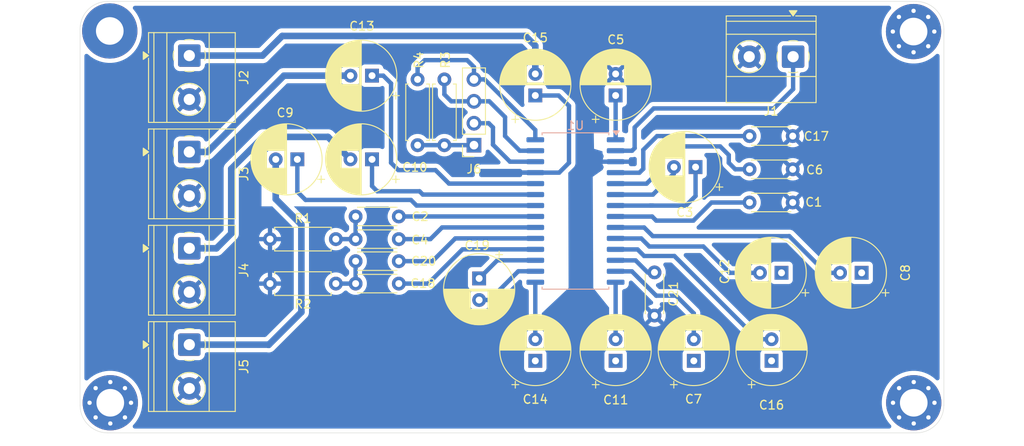
<source format=kicad_pcb>
(kicad_pcb (version 20241229) (generator "pcbnew") (generator_version "9.0")
  (layers (0 "F.Cu" signal) (2 "B.Cu" signal) (13 "F.Paste" user) (15 "B.Paste" user) (5 "F.SilkS" user "F.Silkscreen") (7 "B.SilkS" user "B.Silkscreen") (1 "F.Mask" user) (3 "B.Mask" user) (25 "Edge.Cuts" user))
  (net 0 "")
  (net 1 "GND")
  (net 2 "Net-(U1-LOUD_R)")
  (net 3 "Net-(U1-BOUT_R)")
  (net 4 "Net-(C2-Pad2)")
  (net 5 "Net-(U1-RIN)")
  (net 6 "Net-(U1-ROUT)")
  (net 7 "Net-(U1-BIN_R)")
  (net 8 "Net-(U1-REF)")
  (net 9 "Net-(U1-TREB_R)")
  (net 10 "/INPUT3_L")
  (net 11 "Net-(U1-LIN3)")
  (net 12 "/INPUT3_R")
  (net 13 "Net-(U1-RIN3)")
  (net 14 "Net-(U1-RROUT)")
  (net 15 "Net-(J5-Pin_1)")
  (net 16 "Net-(J4-Pin_1)")
  (net 17 "Net-(U1-LROUT)")
  (net 18 "/INPUT2_L")
  (net 19 "Net-(U1-LIN2)")
  (net 20 "Net-(U1-RIN2)")
  (net 21 "/INPUT2_R")
  (net 22 "Net-(J3-Pin_1)")
  (net 23 "Net-(U1-RFOUT)")
  (net 24 "/INPUT1_L")
  (net 25 "Net-(U1-LIN1)")
  (net 26 "Net-(U1-LFOUT)")
  (net 27 "Net-(J2-Pin_1)")
  (net 28 "/INPUT1_R")
  (net 29 "Net-(U1-RIN1)")
  (net 30 "Net-(U1-TREB_L)")
  (net 31 "Net-(U1-BIN_L)")
  (net 32 "Net-(C18-Pad2)")
  (net 33 "Net-(U1-LOUT)")
  (net 34 "Net-(U1-LIN)")
  (net 35 "Net-(U1-BOUT_L)")
  (net 36 "Net-(U1-LOUD_L)")
  (net 37 "VDD")
  (net 38 "GNDD")
  (net 39 "Net-(J6-Pin_3)")
  (net 40 "+3V3")
  (net 41 "Net-(J6-Pin_4)")
  (footprint "" (layer "F.Cu") (at 83.04 42.32)
    (property "Reference" "" (at 0 0 0) (layer "F.SilkS") (effects (font (size 1.27 1.27))))
    (property "Value" "")
    (pad "1" thru_hole circle (at 0 0) (size 6.4 6.4) (drill 3.2) (layers "*.Cu" "*.Mask"))
  )
  (footprint "Capacitor_THT:CP_Radial_D8.0mm_P2.50mm" (layer "F.Cu") (at 104.752651 57.2 180)
    (property "Reference" "C9" (at 1.41 5.4 0) (layer "F.SilkS"))
    (property "Value" "2.2uF")
    (pad "1" thru_hole rect (at 0 0 180) (size 1.6 1.6) (drill 0.8) (layers "*.Cu" "*.Mask") (net 14 "Net-(U1-RROUT)"))
    (pad "2" thru_hole circle (at 2.5 0 180) (size 1.6 1.6) (drill 0.8) (layers "*.Cu" "*.Mask") (net 15 "Net-(J5-Pin_1)"))
  )
  (footprint "Capacitor_THT:CP_Radial_D8.0mm_P2.50mm" (layer "F.Cu") (at 125.8 71 -90)
    (property "Reference" "C19" (at -3.82 0.23 180) (layer "F.SilkS"))
    (property "Value" "2.2uF")
    (pad "1" thru_hole rect (at 0 0 270) (size 1.6 1.6) (drill 0.8) (layers "*.Cu" "*.Mask") (net 33 "Net-(U1-LOUT)"))
    (pad "2" thru_hole circle (at 2.5 0 270) (size 1.6 1.6) (drill 0.8) (layers "*.Cu" "*.Mask") (net 34 "Net-(U1-LIN)"))
  )
  (footprint "Connector_PinSocket_2.54mm:PinSocket_1x04_P2.54mm_Vertical" (layer "F.Cu") (at 125.2 55.555 180)
    (property "Reference" "J6" (at 0 -2.77 0) (layer "F.SilkS"))
    (property "Value" "Conn_01x04_Socket")
    (pad "1" thru_hole rect (at 0 0 180) (size 1.7 1.7) (drill 1) (layers "*.Cu" "*.Mask") (net 40 "+3V3"))
    (pad "2" thru_hole oval (at 0 2.54 180) (size 1.7 1.7) (drill 1) (layers "*.Cu" "*.Mask") (net 38 "GNDD"))
    (pad "3" thru_hole oval (at 0 5.08 180) (size 1.7 1.7) (drill 1) (layers "*.Cu" "*.Mask") (net 39 "Net-(J6-Pin_3)"))
    (pad "4" thru_hole oval (at 0 7.62 180) (size 1.7 1.7) (drill 1) (layers "*.Cu" "*.Mask") (net 41 "Net-(J6-Pin_4)"))
  )
  (footprint "Resistor_THT:R_Axial_DIN0207_L6.3mm_D2.5mm_P7.62mm_Horizontal" (layer "F.Cu") (at 118.675 55.555 90)
    (property "Reference" "R4" (at 9.865 0.145 90) (layer "F.SilkS"))
    (property "Value" "5K6")
    (pad "1" thru_hole circle (at 0 0 90) (size 1.6 1.6) (drill 0.8) (layers "*.Cu" "*.Mask") (net 40 "+3V3"))
    (pad "2" thru_hole oval (at 7.62 0 90) (size 1.6 1.6) (drill 0.8) (layers "*.Cu" "*.Mask") (net 41 "Net-(J6-Pin_4)"))
  )
  (footprint "Capacitor_THT:C_Disc_D4.3mm_W1.9mm_P5.00mm" (layer "F.Cu") (at 116.5 66.445 180)
    (property "Reference" "C4" (at -2.43 -0.095 0) (layer "F.SilkS"))
    (property "Value" "100nF")
    (pad "1" thru_hole circle (at 0 0 180) (size 1.6 1.6) (drill 0.8) (layers "*.Cu" "*.Mask") (net 7 "Net-(U1-BIN_R)"))
    (pad "2" thru_hole circle (at 5 0 180) (size 1.6 1.6) (drill 0.8) (layers "*.Cu" "*.Mask") (net 4 "Net-(C2-Pad2)"))
  )
  (footprint "TerminalBlock_Phoenix:TerminalBlock_Phoenix_MKDS-1,5-2-5.08_1x02_P5.08mm_Horizontal" (layer "F.Cu") (at 162.145 45.3 180)
    (property "Reference" "J1" (at 2.54 -6.32 0) (layer "F.SilkS"))
    (property "Value" "Power 9V")
    (pad "1" thru_hole roundrect (at 0 0 180) (size 2.6 2.6) (drill 1.3) (layers "*.Cu" "*.Mask") (roundrect_rratio 0.096154) (net 37 "VDD"))
    (pad "2" thru_hole circle (at 5.08 0 180) (size 2.6 2.6) (drill 1.3) (layers "*.Cu" "*.Mask") (net 1 "GND"))
  )
  (footprint "Capacitor_THT:C_Disc_D4.3mm_W1.9mm_P5.00mm" (layer "F.Cu") (at 157.1 54.5)
    (property "Reference" "C17" (at 7.74 0.03 0) (layer "F.SilkS"))
    (property "Value" "2,7nF")
    (pad "1" thru_hole circle (at 0 0) (size 1.6 1.6) (drill 0.8) (layers "*.Cu" "*.Mask") (net 30 "Net-(U1-TREB_L)"))
    (pad "2" thru_hole circle (at 5 0) (size 1.6 1.6) (drill 0.8) (layers "*.Cu" "*.Mask") (net 1 "GND"))
  )
  (footprint "Capacitor_THT:C_Disc_D4.3mm_W1.9mm_P5.00mm" (layer "F.Cu") (at 116.5 71.6 180)
    (property "Reference" "C18" (at -2.8 0.02 0) (layer "F.SilkS"))
    (property "Value" "100nF")
    (pad "1" thru_hole circle (at 0 0 180) (size 1.6 1.6) (drill 0.8) (layers "*.Cu" "*.Mask") (net 31 "Net-(U1-BIN_L)"))
    (pad "2" thru_hole circle (at 5 0 180) (size 1.6 1.6) (drill 0.8) (layers "*.Cu" "*.Mask") (net 32 "Net-(C18-Pad2)"))
  )
  (footprint "MountingHole:MountingHole_3.2mm_M3_Pad_Via" (layer "F.Cu") (at 83.1 85.41)
    (property "Reference" "REF**" (hide yes))
    (property "Value" "MountingHole_3.2mm_M3_Pad_Via")
    (pad "1" thru_hole circle (at -2.4 0) (size 0.8 0.8) (drill 0.5) (layers "*.Cu" "*.Mask"))
    (pad "1" thru_hole circle (at -1.697056 -1.697056) (size 0.8 0.8) (drill 0.5) (layers "*.Cu" "*.Mask"))
    (pad "1" thru_hole circle (at -1.697056 1.697056) (size 0.8 0.8) (drill 0.5) (layers "*.Cu" "*.Mask"))
    (pad "1" thru_hole circle (at 0 -2.4) (size 0.8 0.8) (drill 0.5) (layers "*.Cu" "*.Mask"))
    (pad "1" thru_hole circle (at 0 0) (size 6.4 6.4) (drill 3.2) (layers "*.Cu" "*.Mask"))
    (pad "1" thru_hole circle (at 0 2.4) (size 0.8 0.8) (drill 0.5) (layers "*.Cu" "*.Mask"))
    (pad "1" thru_hole circle (at 1.697056 -1.697056) (size 0.8 0.8) (drill 0.5) (layers "*.Cu" "*.Mask"))
    (pad "1" thru_hole circle (at 1.697056 1.697056) (size 0.8 0.8) (drill 0.5) (layers "*.Cu" "*.Mask"))
    (pad "1" thru_hole circle (at 2.4 0) (size 0.8 0.8) (drill 0.5) (layers "*.Cu" "*.Mask"))
  )
  (footprint "Capacitor_THT:CP_Radial_D8.0mm_P2.50mm" (layer "F.Cu") (at 150.852651 58.095 180)
    (property "Reference" "C3" (at 1.25 -5.25 0) (layer "F.SilkS"))
    (property "Value" "2.2uF")
    (pad "1" thru_hole rect (at 0 0 180) (size 1.6 1.6) (drill 0.8) (layers "*.Cu" "*.Mask") (net 6 "Net-(U1-ROUT)"))
    (pad "2" thru_hole circle (at 2.5 0 180) (size 1.6 1.6) (drill 0.8) (layers "*.Cu" "*.Mask") (net 5 "Net-(U1-RIN)"))
  )
  (footprint "TerminalBlock_Phoenix:TerminalBlock_Phoenix_MKDS-1,5-2-5.08_1x02_P5.08mm_Horizontal" (layer "F.Cu") (at 92.2475 56.341667 -90)
    (property "Reference" "J3" (at 2.54 -6.32 90) (layer "F.SilkS"))
    (property "Value" "RF_Amp")
    (pad "1" thru_hole roundrect (at 0 0 270) (size 2.6 2.6) (drill 1.3) (layers "*.Cu" "*.Mask") (roundrect_rratio 0.096154) (net 22 "Net-(J3-Pin_1)"))
    (pad "2" thru_hole circle (at 5.08 0 270) (size 2.6 2.6) (drill 1.3) (layers "*.Cu" "*.Mask") (net 1 "GND"))
  )
  (footprint "Capacitor_THT:C_Disc_D4.3mm_W1.9mm_P5.00mm" (layer "F.Cu") (at 116.5 69 180)
    (property "Reference" "C20" (at -2.88 0 0) (layer "F.SilkS"))
    (property "Value" "100nF")
    (pad "1" thru_hole circle (at 0 0 180) (size 1.6 1.6) (drill 0.8) (layers "*.Cu" "*.Mask") (net 35 "Net-(U1-BOUT_L)"))
    (pad "2" thru_hole circle (at 5 0 180) (size 1.6 1.6) (drill 0.8) (layers "*.Cu" "*.Mask") (net 32 "Net-(C18-Pad2)"))
  )
  (footprint "Capacitor_THT:CP_Radial_D8.0mm_P2.50mm" (layer "F.Cu") (at 132.3 49.8 90)
    (property "Reference" "C15" (at 6.69 0 180) (layer "F.SilkS"))
    (property "Value" "2.2uF")
    (pad "1" thru_hole rect (at 0 0 90) (size 1.6 1.6) (drill 0.8) (layers "*.Cu" "*.Mask") (net 26 "Net-(U1-LFOUT)"))
    (pad "2" thru_hole circle (at 2.5 0 90) (size 1.6 1.6) (drill 0.8) (layers "*.Cu" "*.Mask") (net 27 "Net-(J2-Pin_1)"))
  )
  (footprint "Capacitor_THT:CP_Radial_D8.0mm_P2.50mm" (layer "F.Cu") (at 170.08 70.35 180)
    (property "Reference" "C8" (at -5.07 0 270) (layer "F.SilkS"))
    (property "Value" "2.2uF")
    (pad "1" thru_hole rect (at 0 0 180) (size 1.6 1.6) (drill 0.8) (layers "*.Cu" "*.Mask") (net 12 "/INPUT3_R"))
    (pad "2" thru_hole circle (at 2.5 0 180) (size 1.6 1.6) (drill 0.8) (layers "*.Cu" "*.Mask") (net 13 "Net-(U1-RIN3)"))
  )
  (footprint "Resistor_THT:R_Axial_DIN0207_L6.3mm_D2.5mm_P7.62mm_Horizontal" (layer "F.Cu") (at 109.21 71.6 180)
    (property "Reference" "R2" (at 3.81 -2.37 0) (layer "F.SilkS"))
    (property "Value" "5K6")
    (pad "1" thru_hole circle (at 0 0 180) (size 1.6 1.6) (drill 0.8) (layers "*.Cu" "*.Mask") (net 32 "Net-(C18-Pad2)"))
    (pad "2" thru_hole oval (at 7.62 0 180) (size 1.6 1.6) (drill 0.8) (layers "*.Cu" "*.Mask") (net 1 "GND"))
  )
  (footprint "Capacitor_THT:C_Disc_D4.3mm_W1.9mm_P5.00mm" (layer "F.Cu") (at 116.5 63.82 180)
    (property "Reference" "C2" (at -2.47 -0.01 0) (layer "F.SilkS"))
    (property "Value" "100nF")
    (pad "1" thru_hole circle (at 0 0 180) (size 1.6 1.6) (drill 0.8) (layers "*.Cu" "*.Mask") (net 3 "Net-(U1-BOUT_R)"))
    (pad "2" thru_hole circle (at 5 0 180) (size 1.6 1.6) (drill 0.8) (layers "*.Cu" "*.Mask") (net 4 "Net-(C2-Pad2)"))
  )
  (footprint "Resistor_THT:R_Axial_DIN0207_L6.3mm_D2.5mm_P7.62mm_Horizontal" (layer "F.Cu") (at 121.775 55.555 90)
    (property "Reference" "R3" (at 9.865 0.125 90) (layer "F.SilkS"))
    (property "Value" "5K6")
    (pad "1" thru_hole circle (at 0 0 90) (size 1.6 1.6) (drill 0.8) (layers "*.Cu" "*.Mask") (net 40 "+3V3"))
    (pad "2" thru_hole oval (at 7.62 0 90) (size 1.6 1.6) (drill 0.8) (layers "*.Cu" "*.Mask") (net 39 "Net-(J6-Pin_3)"))
  )
  (footprint "Capacitor_THT:CP_Radial_D8.0mm_P2.50mm" (layer "F.Cu") (at 113.4 57.2 180)
    (property "Reference" "C10" (at -4.96 -0.92 0) (layer "F.SilkS"))
    (property "Value" "2.2uF")
    (pad "1" thru_hole rect (at 0 0 180) (size 1.6 1.6) (drill 0.8) (layers "*.Cu" "*.Mask") (net 17 "Net-(U1-LROUT)"))
    (pad "2" thru_hole circle (at 2.5 0 180) (size 1.6 1.6) (drill 0.8) (layers "*.Cu" "*.Mask") (net 16 "Net-(J4-Pin_1)"))
  )
  (footprint "Capacitor_THT:C_Disc_D4.3mm_W1.9mm_P5.00mm" (layer "F.Cu") (at 157.1 58.35)
    (property "Reference" "C6" (at 7.54 0.07 0) (layer "F.SilkS"))
    (property "Value" "2,7nF")
    (pad "1" thru_hole circle (at 0 0) (size 1.6 1.6) (drill 0.8) (layers "*.Cu" "*.Mask") (net 9 "Net-(U1-TREB_R)"))
    (pad "2" thru_hole circle (at 5 0) (size 1.6 1.6) (drill 0.8) (layers "*.Cu" "*.Mask") (net 1 "GND"))
  )
  (footprint "Capacitor_THT:CP_Radial_D8.0mm_P2.50mm" (layer "F.Cu") (at 113.4 47.5 180)
    (property "Reference" "C13" (at 1.17 5.74 0) (layer "F.SilkS"))
    (property "Value" "2.2uF")
    (pad "1" thru_hole rect (at 0 0 180) (size 1.6 1.6) (drill 0.8) (layers "*.Cu" "*.Mask") (net 23 "Net-(U1-RFOUT)"))
    (pad "2" thru_hole circle (at 2.5 0 180) (size 1.6 1.6) (drill 0.8) (layers "*.Cu" "*.Mask") (net 22 "Net-(J3-Pin_1)"))
  )
  (footprint "TerminalBlock_Phoenix:TerminalBlock_Phoenix_MKDS-1,5-2-5.08_1x02_P5.08mm_Horizontal" (layer "F.Cu") (at 92.2475 78.675 -90)
    (property "Reference" "J5" (at 2.54 -6.32 90) (layer "F.SilkS"))
    (property "Value" "RR_Amp")
    (pad "1" thru_hole roundrect (at 0 0 270) (size 2.6 2.6) (drill 1.3) (layers "*.Cu" "*.Mask") (roundrect_rratio 0.096154) (net 15 "Net-(J5-Pin_1)"))
    (pad "2" thru_hole circle (at 5.08 0 270) (size 2.6 2.6) (drill 1.3) (layers "*.Cu" "*.Mask") (net 1 "GND"))
  )
  (footprint "Capacitor_THT:CP_Radial_D8.0mm_P2.50mm" (layer "F.Cu") (at 160.802651 70.35 180)
    (property "Reference" "C12" (at 6.572651 0.14 90) (layer "F.SilkS"))
    (property "Value" "2.2uF")
    (pad "1" thru_hole rect (at 0 0 180) (size 1.6 1.6) (drill 0.8) (layers "*.Cu" "*.Mask") (net 21 "/INPUT2_R"))
    (pad "2" thru_hole circle (at 2.5 0 180) (size 1.6 1.6) (drill 0.8) (layers "*.Cu" "*.Mask") (net 20 "Net-(U1-RIN2)"))
  )
  (footprint "Capacitor_THT:CP_Radial_D8.0mm_P2.50mm" (layer "F.Cu") (at 150.65 80.55 90)
    (property "Reference" "C7" (at -4.44 -0.03 180) (layer "F.SilkS"))
    (property "Value" "2.2uF")
    (pad "1" thru_hole rect (at 0 0 90) (size 1.6 1.6) (drill 0.8) (layers "*.Cu" "*.Mask") (net 10 "/INPUT3_L"))
    (pad "2" thru_hole circle (at 2.5 0 90) (size 1.6 1.6) (drill 0.8) (layers "*.Cu" "*.Mask") (net 11 "Net-(U1-LIN3)"))
  )
  (footprint "Resistor_THT:R_Axial_DIN0207_L6.3mm_D2.5mm_P7.62mm_Horizontal" (layer "F.Cu") (at 109.21 66.445 180)
    (property "Reference" "R1" (at 3.81 2.405 0) (layer "F.SilkS"))
    (property "Value" "5K6")
    (pad "1" thru_hole circle (at 0 0 180) (size 1.6 1.6) (drill 0.8) (layers "*.Cu" "*.Mask") (net 4 "Net-(C2-Pad2)"))
    (pad "2" thru_hole oval (at 7.62 0 180) (size 1.6 1.6) (drill 0.8) (layers "*.Cu" "*.Mask") (net 1 "GND"))
  )
  (footprint "Capacitor_THT:CP_Radial_D8.0mm_P2.50mm" (layer "F.Cu") (at 141.6 80.55 90)
    (property "Reference" "C11" (at -4.53 0.02 180) (layer "F.SilkS"))
    (property "Value" "2.2uF")
    (pad "1" thru_hole rect (at 0 0 90) (size 1.6 1.6) (drill 0.8) (layers "*.Cu" "*.Mask") (net 18 "/INPUT2_L"))
    (pad "2" thru_hole circle (at 2.5 0 90) (size 1.6 1.6) (drill 0.8) (layers "*.Cu" "*.Mask") (net 19 "Net-(U1-LIN2)"))
  )
  (footprint "Capacitor_THT:CP_Radial_D8.0mm_P2.50mm" (layer "F.Cu") (at 141.6 49.8 90)
    (property "Reference" "C5" (at 6.47 0.02 180) (layer "F.SilkS"))
    (property "Value" "22uF")
    (pad "1" thru_hole rect (at 0 0 90) (size 1.6 1.6) (drill 0.8) (layers "*.Cu" "*.Mask") (net 8 "Net-(U1-REF)"))
    (pad "2" thru_hole circle (at 2.5 0 90) (size 1.6 1.6) (drill 0.8) (layers "*.Cu" "*.Mask") (net 1 "GND"))
  )
  (footprint "Capacitor_THT:C_Disc_D4.3mm_W1.9mm_P5.00mm" (layer "F.Cu") (at 157.1 62.2)
    (property "Reference" "C1" (at 7.44 -0.04 0) (layer "F.SilkS"))
    (property "Value" "100nF")
    (pad "1" thru_hole circle (at 0 0) (size 1.6 1.6) (drill 0.8) (layers "*.Cu" "*.Mask") (net 2 "Net-(U1-LOUD_R)"))
    (pad "2" thru_hole circle (at 5 0) (size 1.6 1.6) (drill 0.8) (layers "*.Cu" "*.Mask") (net 1 "GND"))
  )
  (footprint "Capacitor_THT:CP_Radial_D8.0mm_P2.50mm" (layer "F.Cu") (at 132.3 80.55 90)
    (property "Reference" "C14" (at -4.46 0 180) (layer "F.SilkS"))
    (property "Value" "2.2uF")
    (pad "1" thru_hole rect (at 0 0 90) (size 1.6 1.6) (drill 0.8) (layers "*.Cu" "*.Mask") (net 24 "/INPUT1_L"))
    (pad "2" thru_hole circle (at 2.5 0 90) (size 1.6 1.6) (drill 0.8) (layers "*.Cu" "*.Mask") (net 25 "Net-(U1-LIN1)"))
  )
  (footprint "Capacitor_THT:C_Disc_D4.3mm_W1.9mm_P5.00mm" (layer "F.Cu") (at 146.1 70.3 -90)
    (property "Reference" "C21" (at 2.5 -2.2 270) (layer "F.SilkS"))
    (property "Value" "100nF")
    (pad "1" thru_hole circle (at 0 0 270) (size 1.6 1.6) (drill 0.8) (layers "*.Cu" "*.Mask") (net 36 "Net-(U1-LOUD_L)"))
    (pad "2" thru_hole circle (at 5 0 270) (size 1.6 1.6) (drill 0.8) (layers "*.Cu" "*.Mask") (net 1 "GND"))
  )
  (footprint "MountingHole:MountingHole_3.2mm_M3_Pad_Via" (layer "F.Cu") (at 176.11 85.41)
    (property "Reference" "REF**" (hide yes))
    (property "Value" "MountingHole_3.2mm_M3_Pad_Via")
    (pad "1" thru_hole circle (at -2.4 0) (size 0.8 0.8) (drill 0.5) (layers "*.Cu" "*.Mask"))
    (pad "1" thru_hole circle (at -1.697056 -1.697056) (size 0.8 0.8) (drill 0.5) (layers "*.Cu" "*.Mask"))
    (pad "1" thru_hole circle (at -1.697056 1.697056) (size 0.8 0.8) (drill 0.5) (layers "*.Cu" "*.Mask"))
    (pad "1" thru_hole circle (at 0 -2.4) (size 0.8 0.8) (drill 0.5) (layers "*.Cu" "*.Mask"))
    (pad "1" thru_hole circle (at 0 0) (size 6.4 6.4) (drill 3.2) (layers "*.Cu" "*.Mask"))
    (pad "1" thru_hole circle (at 0 2.4) (size 0.8 0.8) (drill 0.5) (layers "*.Cu" "*.Mask"))
    (pad "1" thru_hole circle (at 1.697056 -1.697056) (size 0.8 0.8) (drill 0.5) (layers "*.Cu" "*.Mask"))
    (pad "1" thru_hole circle (at 1.697056 1.697056) (size 0.8 0.8) (drill 0.5) (layers "*.Cu" "*.Mask"))
    (pad "1" thru_hole circle (at 2.4 0) (size 0.8 0.8) (drill 0.5) (layers "*.Cu" "*.Mask"))
  )
  (footprint "TerminalBlock_Phoenix:TerminalBlock_Phoenix_MKDS-1,5-2-5.08_1x02_P5.08mm_Horizontal" (layer "F.Cu") (at 92.2475 67.508333 -90)
    (property "Reference" "J4" (at 2.54 -6.32 90) (layer "F.SilkS"))
    (property "Value" "LR_Amp")
    (pad "1" thru_hole roundrect (at 0 0 270) (size 2.6 2.6) (drill 1.3) (layers "*.Cu" "*.Mask") (roundrect_rratio 0.096154) (net 16 "Net-(J4-Pin_1)"))
    (pad "2" thru_hole circle (at 5.08 0 270) (size 2.6 2.6) (drill 1.3) (layers "*.Cu" "*.Mask") (net 1 "GND"))
  )
  (footprint "TerminalBlock_Phoenix:TerminalBlock_Phoenix_MKDS-1,5-2-5.08_1x02_P5.08mm_Horizontal" (layer "F.Cu") (at 92.2475 45.175 -90)
    (property "Reference" "J2" (at 2.54 -6.32 90) (layer "F.SilkS"))
    (property "Value" "LF_Amp")
    (pad "1" thru_hole roundrect (at 0 0 270) (size 2.6 2.6) (drill 1.3) (layers "*.Cu" "*.Mask") (roundrect_rratio 0.096154) (net 27 "Net-(J2-Pin_1)"))
    (pad "2" thru_hole circle (at 5.08 0 270) (size 2.6 2.6) (drill 1.3) (layers "*.Cu" "*.Mask") (net 1 "GND"))
  )
  (footprint "Capacitor_THT:CP_Radial_D8.0mm_P2.50mm" (layer "F.Cu") (at 159.65 80.55 90)
    (property "Reference" "C16" (at -5.13 0 180) (layer "F.SilkS"))
    (property "Value" "2.2uF")
    (pad "1" thru_hole rect (at 0 0 90) (size 1.6 1.6) (drill 0.8) (layers "*.Cu" "*.Mask") (net 28 "/INPUT1_R"))
    (pad "2" thru_hole circle (at 2.5 0 90) (size 1.6 1.6) (drill 0.8) (layers "*.Cu" "*.Mask") (net 29 "Net-(U1-RIN1)"))
  )
  (footprint "MountingHole:MountingHole_3.2mm_M3_Pad_Via" (layer "F.Cu") (at 176.09 42.39)
    (property "Reference" "REF**" (hide yes))
    (property "Value" "MountingHole_3.2mm_M3_Pad_Via")
    (pad "1" thru_hole circle (at -2.4 0) (size 0.8 0.8) (drill 0.5) (layers "*.Cu" "*.Mask"))
    (pad "1" thru_hole circle (at -1.697056 -1.697056) (size 0.8 0.8) (drill 0.5) (layers "*.Cu" "*.Mask"))
    (pad "1" thru_hole circle (at -1.697056 1.697056) (size 0.8 0.8) (drill 0.5) (layers "*.Cu" "*.Mask"))
    (pad "1" thru_hole circle (at 0 -2.4) (size 0.8 0.8) (drill 0.5) (layers "*.Cu" "*.Mask"))
    (pad "1" thru_hole circle (at 0 0) (size 6.4 6.4) (drill 3.2) (layers "*.Cu" "*.Mask"))
    (pad "1" thru_hole circle (at 0 2.4) (size 0.8 0.8) (drill 0.5) (layers "*.Cu" "*.Mask"))
    (pad "1" thru_hole circle (at 1.697056 -1.697056) (size 0.8 0.8) (drill 0.5) (layers "*.Cu" "*.Mask"))
    (pad "1" thru_hole circle (at 1.697056 1.697056) (size 0.8 0.8) (drill 0.5) (layers "*.Cu" "*.Mask"))
    (pad "1" thru_hole circle (at 2.4 0) (size 0.8 0.8) (drill 0.5) (layers "*.Cu" "*.Mask"))
  )
  (footprint "Package_SO:SOIC-28W_7.5x17.9mm_P1.27mm" (layer "B.Cu") (at 136.95 63.185 180)
    (property "Reference" "U1" (at 0 9.9 0) (layer "B.SilkS") (effects (justify mirror)))
    (property "Value" "PT2313")
    (pad "1" smd roundrect (at -4.65 8.255 180) (size 2.05 0.6) (layers "B.Cu" "B.Mask" "B.Paste") (net 8 "Net-(U1-REF)"))
    (pad "2" smd roundrect (at -4.65 6.985 180) (size 2.05 0.6) (layers "B.Cu" "B.Mask" "B.Paste") (net 37 "VDD"))
    (pad "3" smd roundrect (at -4.65 5.715 180) (size 2.05 0.6) (layers "B.Cu" "B.Mask" "B.Paste") (net 1 "GND"))
    (pad "4" smd roundrect (at -4.65 4.445 180) (size 2.05 0.6) (layers "B.Cu" "B.Mask" "B.Paste") (net 30 "Net-(U1-TREB_L)"))
    (pad "5" smd roundrect (at -4.65 3.175 180) (size 2.05 0.6) (layers "B.Cu" "B.Mask" "B.Paste") (net 9 "Net-(U1-TREB_R)"))
    (pad "6" smd roundrect (at -4.65 1.905 180) (size 2.05 0.6) (layers "B.Cu" "B.Mask" "B.Paste") (net 5 "Net-(U1-RIN)"))
    (pad "7" smd roundrect (at -4.65 0.635 180) (size 2.05 0.6) (layers "B.Cu" "B.Mask" "B.Paste") (net 6 "Net-(U1-ROUT)"))
    (pad "8" smd roundrect (at -4.65 -0.635 180) (size 2.05 0.6) (layers "B.Cu" "B.Mask" "B.Paste") (net 2 "Net-(U1-LOUD_R)"))
    (pad "9" smd roundrect (at -4.65 -1.905 180) (size 2.05 0.6) (layers "B.Cu" "B.Mask" "B.Paste") (net 13 "Net-(U1-RIN3)"))
    (pad "10" smd roundrect (at -4.65 -3.175 180) (size 2.05 0.6) (layers "B.Cu" "B.Mask" "B.Paste") (net 20 "Net-(U1-RIN2)"))
    (pad "11" smd roundrect (at -4.65 -4.445 180) (size 2.05 0.6) (layers "B.Cu" "B.Mask" "B.Paste") (net 29 "Net-(U1-RIN1)"))
    (pad "12" smd roundrect (at -4.65 -5.715 180) (size 2.05 0.6) (layers "B.Cu" "B.Mask" "B.Paste") (net 36 "Net-(U1-LOUD_L)"))
    (pad "13" smd roundrect (at -4.65 -6.985 180) (size 2.05 0.6) (layers "B.Cu" "B.Mask" "B.Paste") (net 11 "Net-(U1-LIN3)"))
    (pad "14" smd roundrect (at -4.65 -8.255 180) (size 2.05 0.6) (layers "B.Cu" "B.Mask" "B.Paste") (net 19 "Net-(U1-LIN2)"))
    (pad "15" smd roundrect (at 4.65 -8.255 180) (size 2.05 0.6) (layers "B.Cu" "B.Mask" "B.Paste") (net 25 "Net-(U1-LIN1)"))
    (pad "16" smd roundrect (at 4.65 -6.985 180) (size 2.05 0.6) (layers "B.Cu" "B.Mask" "B.Paste") (net 34 "Net-(U1-LIN)"))
    (pad "17" smd roundrect (at 4.65 -5.715 180) (size 2.05 0.6) (layers "B.Cu" "B.Mask" "B.Paste") (net 33 "Net-(U1-LOUT)"))
    (pad "18" smd roundrect (at 4.65 -4.445 180) (size 2.05 0.6) (layers "B.Cu" "B.Mask" "B.Paste") (net 31 "Net-(U1-BIN_L)"))
    (pad "19" smd roundrect (at 4.65 -3.175 180) (size 2.05 0.6) (layers "B.Cu" "B.Mask" "B.Paste") (net 35 "Net-(U1-BOUT_L)"))
    (pad "20" smd roundrect (at 4.65 -1.905 180) (size 2.05 0.6) (layers "B.Cu" "B.Mask" "B.Paste") (net 7 "Net-(U1-BIN_R)"))
    (pad "21" smd roundrect (at 4.65 -0.635 180) (size 2.05 0.6) (layers "B.Cu" "B.Mask" "B.Paste") (net 3 "Net-(U1-BOUT_R)"))
    (pad "22" smd roundrect (at 4.65 0.635 180) (size 2.05 0.6) (layers "B.Cu" "B.Mask" "B.Paste") (net 14 "Net-(U1-RROUT)"))
    (pad "23" smd roundrect (at 4.65 1.905 180) (size 2.05 0.6) (layers "B.Cu" "B.Mask" "B.Paste") (net 17 "Net-(U1-LROUT)"))
    (pad "24" smd roundrect (at 4.65 3.175 180) (size 2.05 0.6) (layers "B.Cu" "B.Mask" "B.Paste") (net 23 "Net-(U1-RFOUT)"))
    (pad "25" smd roundrect (at 4.65 4.445 180) (size 2.05 0.6) (layers "B.Cu" "B.Mask" "B.Paste") (net 26 "Net-(U1-LFOUT)"))
    (pad "26" smd roundrect (at 4.65 5.715 180) (size 2.05 0.6) (layers "B.Cu" "B.Mask" "B.Paste") (net 38 "GNDD"))
    (pad "27" smd roundrect (at 4.65 6.985 180) (size 2.05 0.6) (layers "B.Cu" "B.Mask" "B.Paste") (net 39 "Net-(J6-Pin_3)"))
    (pad "28" smd roundrect (at 4.65 8.255 180) (size 2.05 0.6) (layers "B.Cu" "B.Mask" "B.Paste") (net 41 "Net-(J6-Pin_4)"))
  )
  (gr_arc (start 179.6 85.7) (mid 178.662742 87.962742) (end 176.4 88.9) (stroke (width 0.05)) (layer "Edge.Cuts"))
  (gr_line (start 179.6 42.1) (end 179.6 85.7) (stroke (width 0.05)) (layer "Edge.Cuts"))
  (gr_line (start 176.4 88.9) (end 82.8 88.9) (stroke (width 0.05)) (layer "Edge.Cuts"))
  (gr_arc (start 82.8 88.9) (mid 80.537258 87.962742) (end 79.6 85.7) (stroke (width 0.05)) (layer "Edge.Cuts"))
  (gr_arc (start 176.4 38.9) (mid 178.662742 39.837258) (end 179.6 42.1) (stroke (width 0.05)) (layer "Edge.Cuts"))
  (gr_arc (start 79.6 42.1) (mid 80.537258 39.837258) (end 82.8 38.9) (stroke (width 0.05)) (layer "Edge.Cuts"))
  (gr_line (start 82.8 38.9) (end 176.4 38.9) (stroke (width 0.05)) (layer "Edge.Cuts"))
  (gr_line (start 79.6 85.7) (end 79.6 42.1) (stroke (width 0.05)) (layer "Edge.Cuts"))
  (segment (start 150.6 64.3) (end 152.7 62.2) (width 0.508) (layer "B.Cu") (net 2))
  (segment (start 145.83 63.83) (end 146.3 64.3) (width 0.508) (layer "B.Cu") (net 2))
  (segment (start 152.7 62.2) (end 157 62.2) (width 0.508) (layer "B.Cu") (net 2))
  (segment (start 146.3 64.3) (end 150.6 64.3) (width 0.508) (layer "B.Cu") (net 2))
  (segment (start 141.6 63.83) (end 145.83 63.83) (width 0.508) (layer "B.Cu") (net 2))
  (segment (start 132.3 63.82) (end 116.5 63.82) (width 0.508) (layer "B.Cu") (net 3))
  (segment (start 111.5 63.82) (end 111.5 66.445) (width 0.508) (layer "B.Cu") (net 4))
  (segment (start 111.5 66.445) (end 109.21 66.445) (width 0.508) (layer "B.Cu") (net 4))
  (segment (start 141.6 61.29) (end 145.91 61.29) (width 0.508) (layer "B.Cu") (net 5))
  (segment (start 145.91 61.29) (end 148.352651 58.847349) (width 0.508) (layer "B.Cu") (net 5))
  (segment (start 148.352651 58.847349) (end 148.352651 58.095) (width 0.508) (layer "B.Cu") (net 5))
  (segment (start 150.852651 58.095) (end 150.852651 61.447349) (width 0.508) (layer "B.Cu") (net 6))
  (segment (start 141.6 62.56) (end 145.6 62.56) (width 0.508) (layer "B.Cu") (net 6))
  (segment (start 150.852651 61.447349) (end 149.74 62.56) (width 0.508) (layer "B.Cu") (net 6))
  (segment (start 145.6 62.56) (end 145.94 62.56) (width 0.508) (layer "B.Cu") (net 6))
  (segment (start 149.74 62.56) (end 145.6 62.56) (width 0.508) (layer "B.Cu") (net 6))
  (segment (start 132.3 65.09) (end 121.51 65.09) (width 0.508) (layer "B.Cu") (net 7))
  (segment (start 120.155 66.445) (end 116.5 66.445) (width 0.508) (layer "B.Cu") (net 7))
  (segment (start 121.51 65.09) (end 120.155 66.445) (width 0.508) (layer "B.Cu") (net 7))
  (segment (start 141.6 54.93) (end 141.6 49.8) (width 0.508) (layer "B.Cu") (net 8))
  (segment (start 145.18 60.02) (end 141.6 60.02) (width 0.508) (layer "B.Cu") (net 9))
  (segment (start 146 59.2) (end 145.18 60.02) (width 0.508) (layer "B.Cu") (net 9))
  (segment (start 147 55.7) (end 146 56.7) (width 0.508) (layer "B.Cu") (net 9))
  (segment (start 146 56.7) (end 146 59.2) (width 0.508) (layer "B.Cu") (net 9))
  (segment (start 153.7 55.7) (end 147 55.7) (width 0.508) (layer "B.Cu") (net 9))
  (segment (start 154.7 56.7) (end 153.7 55.7) (width 0.508) (layer "B.Cu") (net 9))
  (segment (start 154.7 57.6) (end 154.7 56.7) (width 0.508) (layer "B.Cu") (net 9))
  (segment (start 157.1 58.35) (end 155.45 58.35) (width 0.508) (layer "B.Cu") (net 9))
  (segment (start 155.45 58.35) (end 154.7 57.6) (width 0.508) (layer "B.Cu") (net 9))
  (segment (start 146.3 73) (end 148.6 73) (width 0.508) (layer "B.Cu") (net 11))
  (segment (start 143.48 70.18) (end 146.3 73) (width 0.508) (layer "B.Cu") (net 11))
  (segment (start 150.65 75.05) (end 150.65 78.05) (width 0.508) (layer "B.Cu") (net 11))
  (segment (start 148.6 73) (end 150.65 75.05) (width 0.508) (layer "B.Cu") (net 11))
  (segment (start 141.6 70.18) (end 143.48 70.18) (width 0.508) (layer "B.Cu") (net 11))
  (segment (start 161.7 66.1) (end 165.95 70.35) (width 0.508) (layer "B.Cu") (net 13))
  (segment (start 144.9 65.1) (end 141.6 65.1) (width 0.508) (layer "B.Cu") (net 13))
  (segment (start 145.9 66.1) (end 144.9 65.1) (width 0.508) (layer "B.Cu") (net 13))
  (segment (start 161.7 66.1) (end 145.9 66.1) (width 0.508) (layer "B.Cu") (net 13))
  (segment (start 165.95 70.35) (end 167.58 70.35) (width 0.508) (layer "B.Cu") (net 13))
  (segment (start 117.9 61.9) (end 105.7 61.9) (width 0.508) (layer "B.Cu") (net 14))
  (segment (start 132.3 62.55) (end 118.55 62.55) (width 0.508) (layer "B.Cu") (net 14))
  (segment (start 118.55 62.55) (end 117.9 61.9) (width 0.508) (layer "B.Cu") (net 14))
  (segment (start 105.7 61.9) (end 104.752651 60.952651) (width 0.508) (layer "B.Cu") (net 14))
  (segment (start 104.752651 60.952651) (end 104.752651 57.2) (width 0.508) (layer "B.Cu") (net 14))
  (segment (start 102.252651 61.802651) (end 102.252651 57.2) (width 0.762) (layer "B.Cu") (net 15))
  (segment (start 105.22 74.91) (end 105.22 64.77) (width 0.762) (layer "B.Cu") (net 15))
  (segment (start 101.43 78.7) (end 101.405 78.675) (width 0.762) (layer "B.Cu") (net 15))
  (segment (start 105.22 64.77) (end 102.252651 61.802651) (width 0.762) (layer "B.Cu") (net 15))
  (segment (start 101.405 78.675) (end 92.2475 78.675) (width 0.762) (layer "B.Cu") (net 15))
  (segment (start 101.43 78.7) (end 105.22 74.91) (width 0.762) (layer "B.Cu") (net 15))
  (segment (start 97.1 58.3) (end 97.1 65.8) (width 0.762) (layer "B.Cu") (net 16))
  (segment (start 95.391667 67.508333) (end 92.2475 67.508333) (width 0.762) (layer "B.Cu") (net 16))
  (segment (start 108.3 54.6) (end 100.8 54.6) (width 0.762) (layer "B.Cu") (net 16))
  (segment (start 110.9 57.2) (end 108.3 54.6) (width 0.762) (layer "B.Cu") (net 16))
  (segment (start 97.1 65.8) (end 95.391667 67.508333) (width 0.762) (layer "B.Cu") (net 16))
  (segment (start 100.8 54.6) (end 97.1 58.3) (width 0.762) (layer "B.Cu") (net 16))
  (segment (start 114 60.9) (end 113.4 60.3) (width 0.508) (layer "B.Cu") (net 17))
  (segment (start 118.9 60.9) (end 114 60.9) (width 0.508) (layer "B.Cu") (net 17))
  (segment (start 132.3 61.28) (end 119.28 61.28) (width 0.508) (layer "B.Cu") (net 17))
  (segment (start 113.4 60.3) (end 113.4 57.2) (width 0.508) (layer "B.Cu") (net 17))
  (segment (start 119.28 61.28) (end 118.9 60.9) (width 0.508) (layer "B.Cu") (net 17))
  (segment (start 141.6 71.45) (end 141.6 78.05) (width 0.508) (layer "B.Cu") (net 19))
  (segment (start 145.5 67.3) (end 144.57 66.37) (width 0.508) (layer "B.Cu") (net 20))
  (segment (start 154.802651 70.35) (end 158.302651 70.35) (width 0.508) (layer "B.Cu") (net 20))
  (segment (start 151.752651 67.3) (end 145.5 67.3) (width 0.508) (layer "B.Cu") (net 20))
  (segment (start 151.752651 67.3) (end 154.802651 70.35) (width 0.508) (layer "B.Cu") (net 20))
  (segment (start 144.57 66.37) (end 141.6 66.37) (width 0.508) (layer "B.Cu") (net 20))
  (segment (start 95.01 55.69) (end 94.358333 56.341667) (width 0.762) (layer "B.Cu") (net 22))
  (segment (start 110.9 47.5) (end 103.2 47.5) (width 0.762) (layer "B.Cu") (net 22))
  (segment (start 94.358333 56.341667) (end 92.2475 56.341667) (width 0.762) (layer "B.Cu") (net 22))
  (segment (start 103.2 47.5) (end 95.01 55.69) (width 0.762) (layer "B.Cu") (net 22))
  (segment (start 120.75 58.45) (end 116.45 58.45) (width 0.508) (layer "B.Cu") (net 23))
  (segment (start 132.3 60.01) (end 122.31 60.01) (width 0.508) (layer "B.Cu") (net 23))
  (segment (start 115.6 48.4) (end 114.7 47.5) (width 0.508) (layer "B.Cu") (net 23))
  (segment (start 114.7 47.5) (end 113.4 47.5) (width 0.508) (layer "B.Cu") (net 23))
  (segment (start 116.45 58.45) (end 115.6 57.6) (width 0.508) (layer "B.Cu") (net 23))
  (segment (start 115.6 57.6) (end 115.6 48.4) (width 0.508) (layer "B.Cu") (net 23))
  (segment (start 122.31 60.01) (end 120.75 58.45) (width 0.508) (layer "B.Cu") (net 23))
  (segment (start 132.3 71.45) (end 132.3 78.05) (width 0.508) (layer "B.Cu") (net 25))
  (segment (start 132.3 58.74) (end 135.06 58.74) (width 0.508) (layer "B.Cu") (net 26))
  (segment (start 136.2 57.6) (end 136.2 51) (width 0.508) (layer "B.Cu") (net 26))
  (segment (start 135 49.8) (end 132.3 49.8) (width 0.508) (layer "B.Cu") (net 26))
  (segment (start 136.2 51) (end 135 49.8) (width 0.508) (layer "B.Cu") (net 26))
  (segment (start 132.3 58.74) (end 129.26 58.74) (width 0.508) (layer "B.Cu") (net 26))
  (segment (start 135.06 58.74) (end 136.2 57.6) (width 0.508) (layer "B.Cu") (net 26))
  (segment (start 92.2475 45.175) (end 100.725 45.175) (width 0.762) (layer "B.Cu") (net 27))
  (segment (start 100.725 45.175) (end 103 42.9) (width 0.762) (layer "B.Cu") (net 27))
  (segment (start 132.3 44.04) (end 132.3 47.3) (width 0.762) (layer "B.Cu") (net 27))
  (segment (start 103 42.9) (end 131.16 42.9) (width 0.762) (layer "B.Cu") (net 27))
  (segment (start 131.16 42.9) (end 132.3 44.04) (width 0.762) (layer "B.Cu") (net 27))
  (segment (start 144.14 67.64) (end 144.9 68.4) (width 0.508) (layer "B.Cu") (net 29))
  (segment (start 148.4 68.4) (end 158.05 78.05) (width 0.508) (layer "B.Cu") (net 29))
  (segment (start 141.6 67.64) (end 144.14 67.64) (width 0.508) (layer "B.Cu") (net 29))
  (segment (start 158.05 78.05) (end 159.65 78.05) (width 0.508) (layer "B.Cu") (net 29))
  (segment (start 144.9 68.4) (end 148.4 68.4) (width 0.508) (layer "B.Cu") (net 29))
  (segment (start 144.8 56.1) (end 144.8 58.3) (width 0.508) (layer "B.Cu") (net 30))
  (segment (start 146.4 54.5) (end 144.8 56.1) (width 0.508) (layer "B.Cu") (net 30))
  (segment (start 144.8 58.3) (end 144.35 58.75) (width 0.508) (layer "B.Cu") (net 30))
  (segment (start 144.35 58.75) (end 141.6 58.75) (width 0.508) (layer "B.Cu") (net 30))
  (segment (start 157.1 54.5) (end 146.4 54.5) (width 0.508) (layer "B.Cu") (net 30))
  (segment (start 132.3 67.63) (end 123.87 67.63) (width 0.508) (layer "B.Cu") (net 31))
  (segment (start 123.87 67.63) (end 119.9 71.6) (width 0.508) (layer "B.Cu") (net 31))
  (segment (start 119.9 71.6) (end 116.5 71.6) (width 0.508) (layer "B.Cu") (net 31))
  (segment (start 111.5 69) (end 111.5 71.6) (width 0.508) (layer "B.Cu") (net 32))
  (segment (start 111.5 71.6) (end 109.21 71.6) (width 0.508) (layer "B.Cu") (net 32))
  (segment (start 132.3 68.9) (end 127.9 68.9) (width 0.508) (layer "B.Cu") (net 33))
  (segment (start 127.9 68.9) (end 125.8 71) (width 0.508) (layer "B.Cu") (net 33))
  (segment (start 132.3 70.17) (end 130.33 70.17) (width 0.508) (layer "B.Cu") (net 34))
  (segment (start 130.33 70.17) (end 127 73.5) (width 0.508) (layer "B.Cu") (net 34))
  (segment (start 127 73.5) (end 125.8 73.5) (width 0.508) (layer "B.Cu") (net 34))
  (segment (start 120.4 69) (end 116.5 69) (width 0.508) (layer "B.Cu") (net 35))
  (segment (start 132.3 66.36) (end 123.04 66.36) (width 0.508) (layer "B.Cu") (net 35))
  (segment (start 123.04 66.36) (end 120.4 69) (width 0.508) (layer "B.Cu") (net 35))
  (segment (start 143.91 68.91) (end 141.6 68.91) (width 0.508) (layer "B.Cu") (net 36))
  (segment (start 146.1 70.3) (end 145.3 70.3) (width 0.508) (layer "B.Cu") (net 36))
  (segment (start 145.3 70.3) (end 143.91 68.91) (width 0.508) (layer "B.Cu") (net 36))
  (segment (start 162.145 49.065) (end 162.145 45.3) (width 0.508) (layer "B.Cu") (net 37))
  (segment (start 143.8 55.9) (end 143.8 53.5) (width 0.508) (layer "B.Cu") (net 37))
  (segment (start 143.5 56.2) (end 143.8 55.9) (width 0.508) (layer "B.Cu") (net 37))
  (segment (start 141.6 56.2) (end 143.5 56.2) (width 0.508) (layer "B.Cu") (net 37))
  (segment (start 143.8 53.5) (end 146 51.3) (width 0.508) (layer "B.Cu") (net 37))
  (segment (start 146 51.3) (end 159.91 51.3) (width 0.508) (layer "B.Cu") (net 37))
  (segment (start 159.91 51.3) (end 162.145 49.065) (width 0.508) (layer "B.Cu") (net 37))
  (segment (start 129.37 57.47) (end 127.4 55.5) (width 0.508) (layer "B.Cu") (net 38))
  (segment (start 127.4 55.5) (end 127.4 53.5) (width 0.508) (layer "B.Cu") (net 38))
  (segment (start 126.915 53.015) (end 125.2 53.015) (width 0.508) (layer "B.Cu") (net 38))
  (segment (start 132.3 57.47) (end 129.37 57.47) (width 0.508) (layer "B.Cu") (net 38))
  (segment (start 127.4 53.5) (end 126.915 53.015) (width 0.508) (layer "B.Cu") (net 38))
  (segment (start 125.2 50.475) (end 122.575 50.475) (width 0.508) (layer "B.Cu") (net 39))
  (segment (start 130.5 56.2) (end 128.8 54.5) (width 0.508) (layer "B.Cu") (net 39))
  (segment (start 121.775 49.675) (end 121.775 47.935) (width 0.508) (layer "B.Cu") (net 39))
  (segment (start 128.8 54.5) (end 128.8 52.3) (width 0.508) (layer "B.Cu") (net 39))
  (segment (start 126.975 50.475) (end 125.2 50.475) (width 0.508) (layer "B.Cu") (net 39))
  (segment (start 128.8 52.3) (end 126.975 50.475) (width 0.508) (layer "B.Cu") (net 39))
  (segment (start 122.575 50.475) (end 121.775 49.675) (width 0.508) (layer "B.Cu") (net 39))
  (segment (start 132.3 56.2) (end 130.5 56.2) (width 0.508) (layer "B.Cu") (net 39))
  (segment (start 125.2 55.555) (end 121.775 55.555) (width 0.508) (layer "B.Cu") (net 40))
  (segment (start 121.775 55.555) (end 118.675 55.555) (width 0.508) (layer "B.Cu") (net 40))
  (segment (start 125.2 47.935) (end 125.2 46.5) (width 0.508) (layer "B.Cu") (net 41))
  (segment (start 118.675 46.525) (end 118.675 47.935) (width 0.508) (layer "B.Cu") (net 41))
  (segment (start 126.435 47.935) (end 132.3 53.8) (width 0.508) (layer "B.Cu") (net 41))
  (segment (start 125.2 46.5) (end 124.4 45.7) (width 0.508) (layer "B.Cu") (net 41))
  (segment (start 119.5 45.7) (end 118.675 46.525) (width 0.508) (layer "B.Cu") (net 41))
  (segment (start 125.2 47.935) (end 126.435 47.935) (width 0.508) (layer "B.Cu") (net 41))
  (segment (start 124.4 45.7) (end 119.5 45.7) (width 0.508) (layer "B.Cu") (net 41))
  (segment (start 132.3 53.8) (end 132.3 54.93) (width 0.508) (layer "B.Cu") (net 41))
  (zone (net 26) (net_name "Net-(U1-LFOUT)") (layer "B.Cu") (priority 1) (connect_pads (clearance 0.5)) (min_thickness 0.5) (fill yes (thermal_gap 0.5) (thermal_bridge_width 0.5))
    (polygon (pts (xy 132.2 58.3) (xy 125.8 58.3) (xy 125.8 59.3) (xy 132.2 59.3)))
  )
  (zone (net 1) (net_name "GND") (layer "B.Cu") (connect_pads (clearance 0.5)) (min_thickness 0.5) (fill yes (thermal_gap 0.5) (thermal_bridge_width 0.5))
    (polygon (pts (xy 179.5 39) (xy 79.7 39) (xy 79.7 88.8) (xy 179.5 88.8)))
  )
)
</source>
